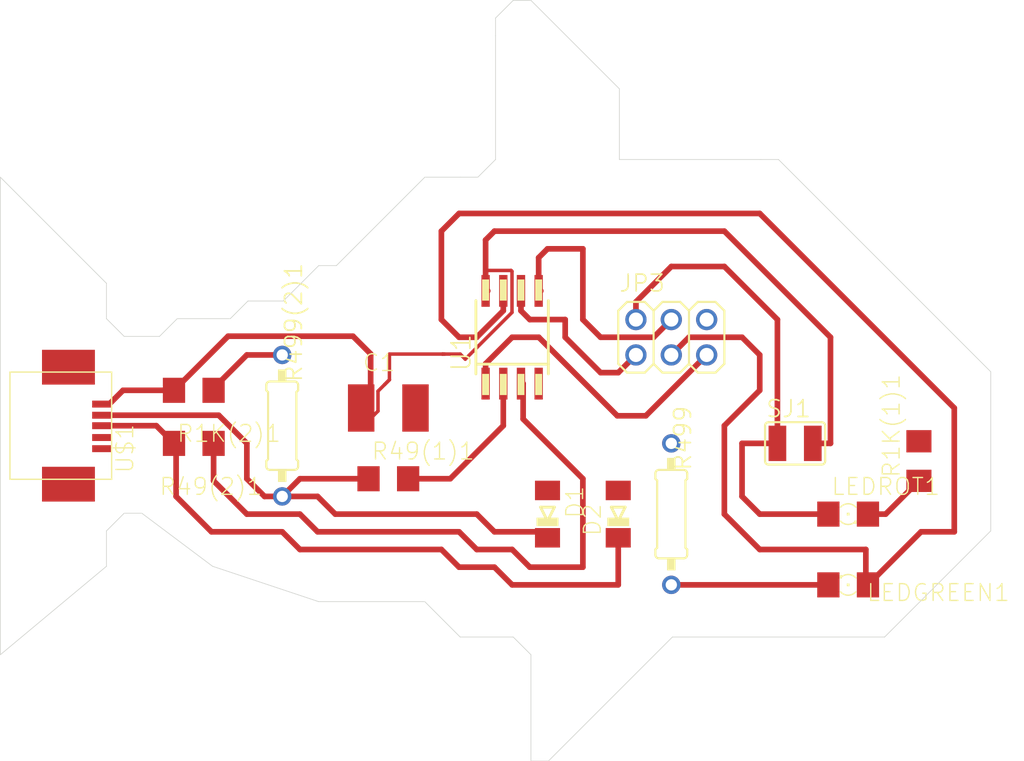
<source format=kicad_pcb>
(kicad_pcb (version 20171130) (host pcbnew "(5.1.9)-1")

  (general
    (thickness 1.6)
    (drawings 40)
    (tracks 136)
    (zones 0)
    (modules 15)
    (nets 18)
  )

  (page A4)
  (layers
    (0 Top signal)
    (31 Bottom signal)
    (32 B.Adhes user)
    (33 F.Adhes user)
    (34 B.Paste user)
    (35 F.Paste user)
    (36 B.SilkS user)
    (37 F.SilkS user)
    (38 B.Mask user)
    (39 F.Mask user)
    (40 Dwgs.User user)
    (41 Cmts.User user)
    (42 Eco1.User user)
    (43 Eco2.User user)
    (44 Edge.Cuts user)
    (45 Margin user)
    (46 B.CrtYd user)
    (47 F.CrtYd user)
    (48 B.Fab user)
    (49 F.Fab user)
  )

  (setup
    (last_trace_width 0.25)
    (trace_clearance 0.2)
    (zone_clearance 0.508)
    (zone_45_only no)
    (trace_min 0.2)
    (via_size 0.8)
    (via_drill 0.4)
    (via_min_size 0.4)
    (via_min_drill 0.3)
    (uvia_size 0.3)
    (uvia_drill 0.1)
    (uvias_allowed no)
    (uvia_min_size 0.2)
    (uvia_min_drill 0.1)
    (edge_width 0.05)
    (segment_width 0.2)
    (pcb_text_width 0.3)
    (pcb_text_size 1.5 1.5)
    (mod_edge_width 0.12)
    (mod_text_size 1 1)
    (mod_text_width 0.15)
    (pad_size 1.524 1.524)
    (pad_drill 0.762)
    (pad_to_mask_clearance 0)
    (aux_axis_origin 68.58 97.79)
    (visible_elements FFFFFF7F)
    (pcbplotparams
      (layerselection 0x010fc_ffffffff)
      (usegerberextensions false)
      (usegerberattributes true)
      (usegerberadvancedattributes true)
      (creategerberjobfile true)
      (excludeedgelayer true)
      (linewidth 0.100000)
      (plotframeref false)
      (viasonmask false)
      (mode 1)
      (useauxorigin false)
      (hpglpennumber 1)
      (hpglpenspeed 20)
      (hpglpendiameter 15.000000)
      (psnegative false)
      (psa4output false)
      (plotreference true)
      (plotvalue true)
      (plotinvisibletext false)
      (padsonsilk false)
      (subtractmaskfromsilk false)
      (outputformat 1)
      (mirror false)
      (drillshape 1)
      (scaleselection 1)
      (outputdirectory ""))
  )

  (net 0 "")
  (net 1 VCC)
  (net 2 GND)
  (net 3 "Net-(JP3-Pad2)")
  (net 4 "Net-(D1-PadC)")
  (net 5 "Net-(JP3-Pad4)")
  (net 6 "Net-(JP3-Pad1)")
  (net 7 "Net-(JP3-Pad5)")
  (net 8 "Net-(JP3-Pad3)")
  (net 9 "Net-(U$1-Pad4)")
  (net 10 "Net-(U$1-Pad1)")
  (net 11 "Net-(D2-PadC)")
  (net 12 "Net-(LEDROT1-PadC)")
  (net 13 "Net-(R49(2)1-Pad2)")
  (net 14 "Net-(R49(1)1-Pad2)")
  (net 15 "Net-(LEDGREEN1-PadC)")
  (net 16 "Net-(R1K(2)1-Pad2)")
  (net 17 "Net-(R49(2)1-Pad1)")

  (net_class Default "This is the default net class."
    (clearance 0.2)
    (trace_width 0.25)
    (via_dia 0.8)
    (via_drill 0.4)
    (uvia_dia 0.3)
    (uvia_drill 0.1)
    (add_net GND)
    (add_net N$12)
    (add_net "Net-(D1-PadC)")
    (add_net "Net-(D2-PadC)")
    (add_net "Net-(JP3-Pad1)")
    (add_net "Net-(JP3-Pad2)")
    (add_net "Net-(JP3-Pad3)")
    (add_net "Net-(JP3-Pad4)")
    (add_net "Net-(JP3-Pad5)")
    (add_net "Net-(LEDGREEN1-PadC)")
    (add_net "Net-(LEDROT1-PadC)")
    (add_net "Net-(R1K(2)1-Pad2)")
    (add_net "Net-(R49(1)1-Pad2)")
    (add_net "Net-(R49(2)1-Pad1)")
    (add_net "Net-(R49(2)1-Pad2)")
    (add_net "Net-(U$1-Pad1)")
    (add_net "Net-(U$1-Pad4)")
    (add_net VCC)
  )

  (module test2:C1812 (layer Top) (tedit 0) (tstamp 60C8B9C0)
    (at 97.7111 128.3336)
    (descr <b>CAPACITOR</b>)
    (path /24F56349)
    (fp_text reference C1 (at -1.905 -2.54) (layer F.SilkS)
      (effects (font (size 1.2065 1.2065) (thickness 0.09652)) (justify left bottom))
    )
    (fp_text value C-EUC1812 (at -1.905 3.81) (layer F.Fab)
      (effects (font (size 1.2065 1.2065) (thickness 0.09652)) (justify left bottom))
    )
    (fp_poly (pts (xy -0.3 0.4001) (xy 0.3 0.4001) (xy 0.3 -0.4001) (xy -0.3 -0.4001)) (layer F.Adhes) (width 0))
    (fp_poly (pts (xy 1.4478 1.651) (xy 2.3978 1.651) (xy 2.3978 -1.649) (xy 1.4478 -1.649)) (layer F.Fab) (width 0))
    (fp_poly (pts (xy -2.3876 1.651) (xy -1.4376 1.651) (xy -1.4376 -1.649) (xy -2.3876 -1.649)) (layer F.Fab) (width 0))
    (fp_line (start 2.973 -1.983) (end 2.973 1.983) (layer Dwgs.User) (width 0.0508))
    (fp_line (start -1.4478 1.6002) (end 1.4732 1.6002) (layer F.Fab) (width 0.1016))
    (fp_line (start -1.4732 -1.6002) (end 1.4732 -1.6002) (layer F.Fab) (width 0.1016))
    (fp_line (start -2.973 1.983) (end -2.973 -1.983) (layer Dwgs.User) (width 0.0508))
    (fp_line (start 2.973 1.983) (end -2.973 1.983) (layer Dwgs.User) (width 0.0508))
    (fp_line (start -2.973 -1.983) (end 2.973 -1.983) (layer Dwgs.User) (width 0.0508))
    (pad 2 smd rect (at 1.95 0) (size 1.9 3.4) (layers Top F.Paste F.Mask)
      (net 2 GND) (solder_mask_margin 0.1016))
    (pad 1 smd rect (at -1.95 0) (size 1.9 3.4) (layers Top F.Paste F.Mask)
      (net 1 VCC) (solder_mask_margin 0.1016))
  )

  (module test2:MINIMELF (layer Top) (tedit 0) (tstamp 60C8B9CE)
    (at 109.1411 135.9536 90)
    (descr "<b>Mini Melf Diode</b>")
    (path /C78C3FBD)
    (fp_text reference D1 (at -0.381 2.667 90) (layer F.SilkS)
      (effects (font (size 1.2065 1.2065) (thickness 0.09652)) (justify left bottom))
    )
    (fp_text value DIODE-MINIMELF (at -1.651 2.413 90) (layer F.Fab)
      (effects (font (size 1.2065 1.2065) (thickness 0.09652)) (justify left bottom))
    )
    (fp_poly (pts (xy -0.8636 0.7874) (xy -0.254 0.7874) (xy -0.254 -0.7874) (xy -0.8636 -0.7874)) (layer F.SilkS) (width 0))
    (fp_poly (pts (xy 1.2954 0.8636) (xy 1.8542 0.8636) (xy 1.8542 -0.8636) (xy 1.2954 -0.8636)) (layer F.Fab) (width 0))
    (fp_poly (pts (xy -1.8542 0.8636) (xy -1.2954 0.8636) (xy -1.2954 -0.8636) (xy -1.8542 -0.8636)) (layer F.Fab) (width 0))
    (fp_line (start 0.5 0.5) (end 0.5 -0.5) (layer F.SilkS) (width 0.2032))
    (fp_line (start -0.5 0) (end 0.5 0.5) (layer F.SilkS) (width 0.2032))
    (fp_line (start 0.5 -0.5) (end -0.5 0) (layer F.SilkS) (width 0.2032))
    (fp_line (start 1.3208 0.7874) (end -1.3208 0.7874) (layer F.Fab) (width 0.1524))
    (fp_line (start 1.3208 -0.7874) (end -1.3208 -0.7874) (layer F.Fab) (width 0.1524))
    (pad A smd rect (at 1.7 0 90) (size 1.4 1.8) (layers Top F.Paste F.Mask)
      (net 2 GND) (solder_mask_margin 0.1016))
    (pad C smd rect (at -1.7 0 90) (size 1.4 1.8) (layers Top F.Paste F.Mask)
      (net 4 "Net-(D1-PadC)") (solder_mask_margin 0.1016))
  )

  (module test2:MINIMELF (layer Top) (tedit 0) (tstamp 60C8B9DB)
    (at 114.2211 135.9536 90)
    (descr "<b>Mini Melf Diode</b>")
    (path /0CADE672)
    (fp_text reference D2 (at -1.651 -1.143 90) (layer F.SilkS)
      (effects (font (size 1.2065 1.2065) (thickness 0.09652)) (justify left bottom))
    )
    (fp_text value DIODE-MINIMELF (at -1.651 2.413 90) (layer F.Fab)
      (effects (font (size 1.2065 1.2065) (thickness 0.09652)) (justify left bottom))
    )
    (fp_poly (pts (xy -0.8636 0.7874) (xy -0.254 0.7874) (xy -0.254 -0.7874) (xy -0.8636 -0.7874)) (layer F.SilkS) (width 0))
    (fp_poly (pts (xy 1.2954 0.8636) (xy 1.8542 0.8636) (xy 1.8542 -0.8636) (xy 1.2954 -0.8636)) (layer F.Fab) (width 0))
    (fp_poly (pts (xy -1.8542 0.8636) (xy -1.2954 0.8636) (xy -1.2954 -0.8636) (xy -1.8542 -0.8636)) (layer F.Fab) (width 0))
    (fp_line (start 0.5 0.5) (end 0.5 -0.5) (layer F.SilkS) (width 0.2032))
    (fp_line (start -0.5 0) (end 0.5 0.5) (layer F.SilkS) (width 0.2032))
    (fp_line (start 0.5 -0.5) (end -0.5 0) (layer F.SilkS) (width 0.2032))
    (fp_line (start 1.3208 0.7874) (end -1.3208 0.7874) (layer F.Fab) (width 0.1524))
    (fp_line (start 1.3208 -0.7874) (end -1.3208 -0.7874) (layer F.Fab) (width 0.1524))
    (pad A smd rect (at 1.7 0 90) (size 1.4 1.8) (layers Top F.Paste F.Mask)
      (net 2 GND) (solder_mask_margin 0.1016))
    (pad C smd rect (at -1.7 0 90) (size 1.4 1.8) (layers Top F.Paste F.Mask)
      (net 11 "Net-(D2-PadC)") (solder_mask_margin 0.1016))
  )

  (module test2:2X03 (layer Top) (tedit 0) (tstamp 60C8B9E8)
    (at 118.0311 123.2536)
    (descr "<b>PIN HEADER</b>")
    (path /8182258E)
    (fp_text reference JP3 (at -3.81 -3.175) (layer F.SilkS)
      (effects (font (size 1.2065 1.2065) (thickness 0.12065)) (justify left bottom))
    )
    (fp_text value PINHD-2X3 (at -3.81 4.445) (layer F.Fab)
      (effects (font (size 1.2065 1.2065) (thickness 0.09652)) (justify left bottom))
    )
    (fp_poly (pts (xy 2.286 1.524) (xy 2.794 1.524) (xy 2.794 1.016) (xy 2.286 1.016)) (layer F.Fab) (width 0))
    (fp_poly (pts (xy 2.286 -1.016) (xy 2.794 -1.016) (xy 2.794 -1.524) (xy 2.286 -1.524)) (layer F.Fab) (width 0))
    (fp_poly (pts (xy -0.254 1.524) (xy 0.254 1.524) (xy 0.254 1.016) (xy -0.254 1.016)) (layer F.Fab) (width 0))
    (fp_poly (pts (xy -0.254 -1.016) (xy 0.254 -1.016) (xy 0.254 -1.524) (xy -0.254 -1.524)) (layer F.Fab) (width 0))
    (fp_poly (pts (xy -2.794 -1.016) (xy -2.286 -1.016) (xy -2.286 -1.524) (xy -2.794 -1.524)) (layer F.Fab) (width 0))
    (fp_poly (pts (xy -2.794 1.524) (xy -2.286 1.524) (xy -2.286 1.016) (xy -2.794 1.016)) (layer F.Fab) (width 0))
    (fp_line (start 1.905 2.54) (end 3.175 2.54) (layer F.SilkS) (width 0.1524))
    (fp_line (start 3.81 -1.905) (end 3.81 1.905) (layer F.SilkS) (width 0.1524))
    (fp_line (start 3.175 -2.54) (end 3.81 -1.905) (layer F.SilkS) (width 0.1524))
    (fp_line (start 1.905 -2.54) (end 3.175 -2.54) (layer F.SilkS) (width 0.1524))
    (fp_line (start 1.27 -1.905) (end 1.905 -2.54) (layer F.SilkS) (width 0.1524))
    (fp_line (start 3.175 2.54) (end 3.81 1.905) (layer F.SilkS) (width 0.1524))
    (fp_line (start 1.27 1.905) (end 1.905 2.54) (layer F.SilkS) (width 0.1524))
    (fp_line (start -3.175 2.54) (end -1.905 2.54) (layer F.SilkS) (width 0.1524))
    (fp_line (start -0.635 2.54) (end 0.635 2.54) (layer F.SilkS) (width 0.1524))
    (fp_line (start 1.27 -1.905) (end 1.27 1.905) (layer F.SilkS) (width 0.1524))
    (fp_line (start -1.27 -1.905) (end -1.27 1.905) (layer F.SilkS) (width 0.1524))
    (fp_line (start 0.635 -2.54) (end 1.27 -1.905) (layer F.SilkS) (width 0.1524))
    (fp_line (start -0.635 -2.54) (end 0.635 -2.54) (layer F.SilkS) (width 0.1524))
    (fp_line (start -1.27 -1.905) (end -0.635 -2.54) (layer F.SilkS) (width 0.1524))
    (fp_line (start -1.905 -2.54) (end -1.27 -1.905) (layer F.SilkS) (width 0.1524))
    (fp_line (start -3.175 -2.54) (end -1.905 -2.54) (layer F.SilkS) (width 0.1524))
    (fp_line (start -3.81 -1.905) (end -3.175 -2.54) (layer F.SilkS) (width 0.1524))
    (fp_line (start -3.81 1.905) (end -3.81 -1.905) (layer F.SilkS) (width 0.1524))
    (fp_line (start 0.635 2.54) (end 1.27 1.905) (layer F.SilkS) (width 0.1524))
    (fp_line (start -1.27 1.905) (end -0.635 2.54) (layer F.SilkS) (width 0.1524))
    (fp_line (start -1.905 2.54) (end -1.27 1.905) (layer F.SilkS) (width 0.1524))
    (fp_line (start -3.81 1.905) (end -3.175 2.54) (layer F.SilkS) (width 0.1524))
    (pad 6 thru_hole circle (at 2.54 -1.27) (size 1.524 1.524) (drill 1.016) (layers *.Cu *.Mask)
      (net 2 GND) (solder_mask_margin 0.1016))
    (pad 5 thru_hole circle (at 2.54 1.27) (size 1.524 1.524) (drill 1.016) (layers *.Cu *.Mask)
      (net 7 "Net-(JP3-Pad5)") (solder_mask_margin 0.1016))
    (pad 4 thru_hole circle (at 0 -1.27) (size 1.524 1.524) (drill 1.016) (layers *.Cu *.Mask)
      (net 5 "Net-(JP3-Pad4)") (solder_mask_margin 0.1016))
    (pad 3 thru_hole circle (at 0 1.27) (size 1.524 1.524) (drill 1.016) (layers *.Cu *.Mask)
      (net 8 "Net-(JP3-Pad3)") (solder_mask_margin 0.1016))
    (pad 2 thru_hole circle (at -2.54 -1.27) (size 1.524 1.524) (drill 1.016) (layers *.Cu *.Mask)
      (net 3 "Net-(JP3-Pad2)") (solder_mask_margin 0.1016))
    (pad 1 thru_hole circle (at -2.54 1.27) (size 1.524 1.524) (drill 1.016) (layers *.Cu *.Mask)
      (net 6 "Net-(JP3-Pad1)") (solder_mask_margin 0.1016))
  )

  (module test2:1206 (layer Top) (tedit 0) (tstamp 60C8BA0D)
    (at 130.7311 141.0336 180)
    (descr "<b>CHICAGO MINIATURE LAMP, INC.</b><p>\n7022X Series SMT LEDs 1206 Package Size")
    (path /17360FEC)
    (fp_text reference LEDGREEN1 (at -1.27 -1.27) (layer F.SilkS)
      (effects (font (size 1.2065 1.2065) (thickness 0.09652)) (justify left bottom))
    )
    (fp_text value LEDSMT1206 (at -1.27 2.54) (layer F.Fab)
      (effects (font (size 1.2065 1.2065) (thickness 0.09652)) (justify left bottom))
    )
    (fp_line (start 1.55 0.75) (end -1.55 0.75) (layer F.Fab) (width 0.1016))
    (fp_line (start -1.55 0.75) (end -1.55 -0.75) (layer F.Fab) (width 0.1016))
    (fp_line (start -1.55 -0.75) (end 1.55 -0.75) (layer F.Fab) (width 0.1016))
    (fp_line (start 1.55 -0.75) (end 1.55 0.75) (layer F.Fab) (width 0.1016))
    (fp_arc (start 0 0) (end -0.55 0.5) (angle -95.452622) (layer F.SilkS) (width 0.1016))
    (fp_arc (start 0 0) (end -0.55 0.5) (angle 84.547378) (layer F.Fab) (width 0.1016))
    (fp_arc (start 0 0) (end -0.55 -0.5) (angle 95.452622) (layer F.SilkS) (width 0.1016))
    (fp_arc (start 0 0) (end 0.55 -0.5) (angle 84.547378) (layer F.Fab) (width 0.1016))
    (fp_poly (pts (xy -0.1 0.1) (xy 0.1 0.1) (xy 0.1 -0.1) (xy -0.1 -0.1)) (layer F.SilkS) (width 0))
    (fp_poly (pts (xy 0.45 0.7) (xy 0.8 0.7) (xy 0.8 0.45) (xy 0.45 0.45)) (layer F.Fab) (width 0))
    (fp_poly (pts (xy 0.8 0.7) (xy 0.9 0.7) (xy 0.9 -0.5) (xy 0.8 -0.5)) (layer F.Fab) (width 0))
    (fp_poly (pts (xy 0.8 -0.55) (xy 0.9 -0.55) (xy 0.9 -0.7) (xy 0.8 -0.7)) (layer F.Fab) (width 0))
    (fp_poly (pts (xy -0.9 0.7) (xy -0.8 0.7) (xy -0.8 -0.5) (xy -0.9 -0.5)) (layer F.Fab) (width 0))
    (fp_poly (pts (xy -0.9 -0.55) (xy -0.8 -0.55) (xy -0.8 -0.7) (xy -0.9 -0.7)) (layer F.Fab) (width 0))
    (fp_poly (pts (xy 0.45 0.7) (xy 0.6 0.7) (xy 0.6 0.45) (xy 0.45 0.45)) (layer F.SilkS) (width 0))
    (pad A smd rect (at -1.422 0 180) (size 1.6 1.803) (layers Top F.Paste F.Mask)
      (net 8 "Net-(JP3-Pad3)") (solder_mask_margin 0.1016))
    (pad C smd rect (at 1.422 0 180) (size 1.6 1.803) (layers Top F.Paste F.Mask)
      (net 15 "Net-(LEDGREEN1-PadC)") (solder_mask_margin 0.1016))
  )

  (module test2:1206 (layer Top) (tedit 0) (tstamp 60C8BA21)
    (at 130.7311 135.9536)
    (descr "<b>CHICAGO MINIATURE LAMP, INC.</b><p>\n7022X Series SMT LEDs 1206 Package Size")
    (path /23990847)
    (fp_text reference LEDROT1 (at -1.27 -1.27) (layer F.SilkS)
      (effects (font (size 1.2065 1.2065) (thickness 0.09652)) (justify left bottom))
    )
    (fp_text value LEDSMT1206 (at -1.27 2.54) (layer F.Fab)
      (effects (font (size 1.2065 1.2065) (thickness 0.09652)) (justify left bottom))
    )
    (fp_line (start 1.55 0.75) (end -1.55 0.75) (layer F.Fab) (width 0.1016))
    (fp_line (start -1.55 0.75) (end -1.55 -0.75) (layer F.Fab) (width 0.1016))
    (fp_line (start -1.55 -0.75) (end 1.55 -0.75) (layer F.Fab) (width 0.1016))
    (fp_line (start 1.55 -0.75) (end 1.55 0.75) (layer F.Fab) (width 0.1016))
    (fp_arc (start 0 0) (end -0.55 0.5) (angle -95.452622) (layer F.SilkS) (width 0.1016))
    (fp_arc (start 0 0) (end -0.55 0.5) (angle 84.547378) (layer F.Fab) (width 0.1016))
    (fp_arc (start 0 0) (end -0.55 -0.5) (angle 95.452622) (layer F.SilkS) (width 0.1016))
    (fp_arc (start 0 0) (end 0.55 -0.5) (angle 84.547378) (layer F.Fab) (width 0.1016))
    (fp_poly (pts (xy -0.1 0.1) (xy 0.1 0.1) (xy 0.1 -0.1) (xy -0.1 -0.1)) (layer F.SilkS) (width 0))
    (fp_poly (pts (xy 0.45 0.7) (xy 0.8 0.7) (xy 0.8 0.45) (xy 0.45 0.45)) (layer F.Fab) (width 0))
    (fp_poly (pts (xy 0.8 0.7) (xy 0.9 0.7) (xy 0.9 -0.5) (xy 0.8 -0.5)) (layer F.Fab) (width 0))
    (fp_poly (pts (xy 0.8 -0.55) (xy 0.9 -0.55) (xy 0.9 -0.7) (xy 0.8 -0.7)) (layer F.Fab) (width 0))
    (fp_poly (pts (xy -0.9 0.7) (xy -0.8 0.7) (xy -0.8 -0.5) (xy -0.9 -0.5)) (layer F.Fab) (width 0))
    (fp_poly (pts (xy -0.9 -0.55) (xy -0.8 -0.55) (xy -0.8 -0.7) (xy -0.9 -0.7)) (layer F.Fab) (width 0))
    (fp_poly (pts (xy 0.45 0.7) (xy 0.6 0.7) (xy 0.6 0.45) (xy 0.45 0.45)) (layer F.SilkS) (width 0))
    (pad A smd rect (at -1.422 0) (size 1.6 1.803) (layers Top F.Paste F.Mask)
      (net 3 "Net-(JP3-Pad2)") (solder_mask_margin 0.1016))
    (pad C smd rect (at 1.422 0) (size 1.6 1.803) (layers Top F.Paste F.Mask)
      (net 12 "Net-(LEDROT1-PadC)") (solder_mask_margin 0.1016))
  )

  (module test2:R1206 (layer Top) (tedit 0) (tstamp 60C8BA35)
    (at 135.8111 132.1436 90)
    (descr <b>RESISTOR</b>)
    (path /905717DB)
    (fp_text reference "R1K(1)1" (at -1.27 -1.27 90) (layer F.SilkS)
      (effects (font (size 1.2065 1.2065) (thickness 0.09652)) (justify left bottom))
    )
    (fp_text value R-EU_R1206 (at -1.27 2.54 90) (layer F.Fab)
      (effects (font (size 1.2065 1.2065) (thickness 0.09652)) (justify left bottom))
    )
    (fp_line (start 0.9525 0.8128) (end -0.9652 0.8128) (layer F.Fab) (width 0.1524))
    (fp_line (start 0.9525 -0.8128) (end -0.9652 -0.8128) (layer F.Fab) (width 0.1524))
    (fp_line (start -2.473 -0.983) (end 2.473 -0.983) (layer Dwgs.User) (width 0.0508))
    (fp_line (start 2.473 -0.983) (end 2.473 0.983) (layer Dwgs.User) (width 0.0508))
    (fp_line (start 2.473 0.983) (end -2.473 0.983) (layer Dwgs.User) (width 0.0508))
    (fp_line (start -2.473 0.983) (end -2.473 -0.983) (layer Dwgs.User) (width 0.0508))
    (fp_poly (pts (xy -1.6891 0.8763) (xy -0.9525 0.8763) (xy -0.9525 -0.8763) (xy -1.6891 -0.8763)) (layer F.Fab) (width 0))
    (fp_poly (pts (xy 0.9525 0.8763) (xy 1.6891 0.8763) (xy 1.6891 -0.8763) (xy 0.9525 -0.8763)) (layer F.Fab) (width 0))
    (fp_poly (pts (xy -0.3 0.7) (xy 0.3 0.7) (xy 0.3 -0.7) (xy -0.3 -0.7)) (layer F.Adhes) (width 0))
    (pad 2 smd rect (at 1.422 0 90) (size 1.6 1.803) (layers Top F.Paste F.Mask)
      (net 2 GND) (solder_mask_margin 0.1016))
    (pad 1 smd rect (at -1.422 0 90) (size 1.6 1.803) (layers Top F.Paste F.Mask)
      (net 12 "Net-(LEDROT1-PadC)") (solder_mask_margin 0.1016))
  )

  (module test2:R1206 (layer Top) (tedit 0) (tstamp 60C8BA43)
    (at 83.7411 127.0636)
    (descr <b>RESISTOR</b>)
    (path /09775FFB)
    (fp_text reference "R1K(2)1" (at -1.27 3.81) (layer F.SilkS)
      (effects (font (size 1.2065 1.2065) (thickness 0.09652)) (justify left bottom))
    )
    (fp_text value R-EU_R1206 (at -1.27 2.54) (layer F.Fab)
      (effects (font (size 1.2065 1.2065) (thickness 0.09652)) (justify left bottom))
    )
    (fp_line (start 0.9525 0.8128) (end -0.9652 0.8128) (layer F.Fab) (width 0.1524))
    (fp_line (start 0.9525 -0.8128) (end -0.9652 -0.8128) (layer F.Fab) (width 0.1524))
    (fp_line (start -2.473 -0.983) (end 2.473 -0.983) (layer Dwgs.User) (width 0.0508))
    (fp_line (start 2.473 -0.983) (end 2.473 0.983) (layer Dwgs.User) (width 0.0508))
    (fp_line (start 2.473 0.983) (end -2.473 0.983) (layer Dwgs.User) (width 0.0508))
    (fp_line (start -2.473 0.983) (end -2.473 -0.983) (layer Dwgs.User) (width 0.0508))
    (fp_poly (pts (xy -1.6891 0.8763) (xy -0.9525 0.8763) (xy -0.9525 -0.8763) (xy -1.6891 -0.8763)) (layer F.Fab) (width 0))
    (fp_poly (pts (xy 0.9525 0.8763) (xy 1.6891 0.8763) (xy 1.6891 -0.8763) (xy 0.9525 -0.8763)) (layer F.Fab) (width 0))
    (fp_poly (pts (xy -0.3 0.7) (xy 0.3 0.7) (xy 0.3 -0.7) (xy -0.3 -0.7)) (layer F.Adhes) (width 0))
    (pad 2 smd rect (at 1.422 0) (size 1.6 1.803) (layers Top F.Paste F.Mask)
      (net 16 "Net-(R1K(2)1-Pad2)") (solder_mask_margin 0.1016))
    (pad 1 smd rect (at -1.422 0) (size 1.6 1.803) (layers Top F.Paste F.Mask)
      (net 1 VCC) (solder_mask_margin 0.1016))
  )

  (module test2:R1206 (layer Top) (tedit 0) (tstamp 60C8BA51)
    (at 97.7111 133.4136)
    (descr <b>RESISTOR</b>)
    (path /8E1E7E99)
    (fp_text reference "R49(1)1" (at -1.27 -1.27) (layer F.SilkS)
      (effects (font (size 1.2065 1.2065) (thickness 0.09652)) (justify left bottom))
    )
    (fp_text value R-EU_R1206 (at -1.27 2.54) (layer F.Fab)
      (effects (font (size 1.2065 1.2065) (thickness 0.09652)) (justify left bottom))
    )
    (fp_line (start 0.9525 0.8128) (end -0.9652 0.8128) (layer F.Fab) (width 0.1524))
    (fp_line (start 0.9525 -0.8128) (end -0.9652 -0.8128) (layer F.Fab) (width 0.1524))
    (fp_line (start -2.473 -0.983) (end 2.473 -0.983) (layer Dwgs.User) (width 0.0508))
    (fp_line (start 2.473 -0.983) (end 2.473 0.983) (layer Dwgs.User) (width 0.0508))
    (fp_line (start 2.473 0.983) (end -2.473 0.983) (layer Dwgs.User) (width 0.0508))
    (fp_line (start -2.473 0.983) (end -2.473 -0.983) (layer Dwgs.User) (width 0.0508))
    (fp_poly (pts (xy -1.6891 0.8763) (xy -0.9525 0.8763) (xy -0.9525 -0.8763) (xy -1.6891 -0.8763)) (layer F.Fab) (width 0))
    (fp_poly (pts (xy 0.9525 0.8763) (xy 1.6891 0.8763) (xy 1.6891 -0.8763) (xy 0.9525 -0.8763)) (layer F.Fab) (width 0))
    (fp_poly (pts (xy -0.3 0.7) (xy 0.3 0.7) (xy 0.3 -0.7) (xy -0.3 -0.7)) (layer F.Adhes) (width 0))
    (pad 2 smd rect (at 1.422 0) (size 1.6 1.803) (layers Top F.Paste F.Mask)
      (net 14 "Net-(R49(1)1-Pad2)") (solder_mask_margin 0.1016))
    (pad 1 smd rect (at -1.422 0) (size 1.6 1.803) (layers Top F.Paste F.Mask)
      (net 4 "Net-(D1-PadC)") (solder_mask_margin 0.1016))
  )

  (module test2:R1206 (layer Top) (tedit 0) (tstamp 60C8BA5F)
    (at 83.7411 130.8736)
    (descr <b>RESISTOR</b>)
    (path /3BA92A17)
    (fp_text reference "R49(2)1" (at -2.54 3.81) (layer F.SilkS)
      (effects (font (size 1.2065 1.2065) (thickness 0.09652)) (justify left bottom))
    )
    (fp_text value R-EU_R1206 (at -1.27 2.54) (layer F.Fab)
      (effects (font (size 1.2065 1.2065) (thickness 0.09652)) (justify left bottom))
    )
    (fp_line (start 0.9525 0.8128) (end -0.9652 0.8128) (layer F.Fab) (width 0.1524))
    (fp_line (start 0.9525 -0.8128) (end -0.9652 -0.8128) (layer F.Fab) (width 0.1524))
    (fp_line (start -2.473 -0.983) (end 2.473 -0.983) (layer Dwgs.User) (width 0.0508))
    (fp_line (start 2.473 -0.983) (end 2.473 0.983) (layer Dwgs.User) (width 0.0508))
    (fp_line (start 2.473 0.983) (end -2.473 0.983) (layer Dwgs.User) (width 0.0508))
    (fp_line (start -2.473 0.983) (end -2.473 -0.983) (layer Dwgs.User) (width 0.0508))
    (fp_poly (pts (xy -1.6891 0.8763) (xy -0.9525 0.8763) (xy -0.9525 -0.8763) (xy -1.6891 -0.8763)) (layer F.Fab) (width 0))
    (fp_poly (pts (xy 0.9525 0.8763) (xy 1.6891 0.8763) (xy 1.6891 -0.8763) (xy 0.9525 -0.8763)) (layer F.Fab) (width 0))
    (fp_poly (pts (xy -0.3 0.7) (xy 0.3 0.7) (xy 0.3 -0.7) (xy -0.3 -0.7)) (layer F.Adhes) (width 0))
    (pad 2 smd rect (at 1.422 0) (size 1.6 1.803) (layers Top F.Paste F.Mask)
      (net 13 "Net-(R49(2)1-Pad2)") (solder_mask_margin 0.1016))
    (pad 1 smd rect (at -1.422 0) (size 1.6 1.803) (layers Top F.Paste F.Mask)
      (net 17 "Net-(R49(2)1-Pad1)") (solder_mask_margin 0.1016))
  )

  (module test2:0207_10 (layer Top) (tedit 0) (tstamp 60C8BA6D)
    (at 118.0311 135.9536 270)
    (descr "<b>RESISTOR</b><p>\ntype 0207, grid 10 mm")
    (path /D9D0B236)
    (fp_text reference R499 (at -3.048 -1.524 90) (layer F.SilkS)
      (effects (font (size 1.2065 1.2065) (thickness 0.12065)) (justify left bottom))
    )
    (fp_text value R-EU_0207_10 (at -2.2606 0.635 90) (layer F.Fab)
      (effects (font (size 1.2065 1.2065) (thickness 0.12065)) (justify left bottom))
    )
    (fp_line (start 5.08 0) (end 4.064 0) (layer F.Fab) (width 0.6096))
    (fp_line (start -5.08 0) (end -4.064 0) (layer F.Fab) (width 0.6096))
    (fp_arc (start -2.921 -0.889) (end -3.175 -0.889) (angle 90) (layer F.SilkS) (width 0.1524))
    (fp_arc (start -2.921 0.889) (end -3.175 0.889) (angle -90) (layer F.SilkS) (width 0.1524))
    (fp_arc (start 2.921 0.889) (end 2.921 1.143) (angle -90) (layer F.SilkS) (width 0.1524))
    (fp_arc (start 2.921 -0.889) (end 2.921 -1.143) (angle 90) (layer F.SilkS) (width 0.1524))
    (fp_line (start -3.175 0.889) (end -3.175 -0.889) (layer F.SilkS) (width 0.1524))
    (fp_line (start -2.921 -1.143) (end -2.54 -1.143) (layer F.SilkS) (width 0.1524))
    (fp_line (start -2.413 -1.016) (end -2.54 -1.143) (layer F.SilkS) (width 0.1524))
    (fp_line (start -2.921 1.143) (end -2.54 1.143) (layer F.SilkS) (width 0.1524))
    (fp_line (start -2.413 1.016) (end -2.54 1.143) (layer F.SilkS) (width 0.1524))
    (fp_line (start 2.413 -1.016) (end 2.54 -1.143) (layer F.SilkS) (width 0.1524))
    (fp_line (start 2.413 -1.016) (end -2.413 -1.016) (layer F.SilkS) (width 0.1524))
    (fp_line (start 2.413 1.016) (end 2.54 1.143) (layer F.SilkS) (width 0.1524))
    (fp_line (start 2.413 1.016) (end -2.413 1.016) (layer F.SilkS) (width 0.1524))
    (fp_line (start 2.921 -1.143) (end 2.54 -1.143) (layer F.SilkS) (width 0.1524))
    (fp_line (start 2.921 1.143) (end 2.54 1.143) (layer F.SilkS) (width 0.1524))
    (fp_line (start 3.175 0.889) (end 3.175 -0.889) (layer F.SilkS) (width 0.1524))
    (fp_poly (pts (xy 3.175 0.3048) (xy 4.0386 0.3048) (xy 4.0386 -0.3048) (xy 3.175 -0.3048)) (layer F.SilkS) (width 0))
    (fp_poly (pts (xy -4.0386 0.3048) (xy -3.175 0.3048) (xy -3.175 -0.3048) (xy -4.0386 -0.3048)) (layer F.SilkS) (width 0))
    (pad 1 thru_hole circle (at -5.08 0 270) (size 1.3208 1.3208) (drill 0.8128) (layers *.Cu *.Mask)
      (net 2 GND) (solder_mask_margin 0.1016))
    (pad 2 thru_hole circle (at 5.08 0 270) (size 1.3208 1.3208) (drill 0.8128) (layers *.Cu *.Mask)
      (net 15 "Net-(LEDGREEN1-PadC)") (solder_mask_margin 0.1016))
  )

  (module test2:0207_10 (layer Top) (tedit 0) (tstamp 60C8BA86)
    (at 90.0911 129.6036 270)
    (descr "<b>RESISTOR</b><p>\ntype 0207, grid 10 mm")
    (path /D62EBD85)
    (fp_text reference "R499(2)1" (at -3.048 -1.524 90) (layer F.SilkS)
      (effects (font (size 1.2065 1.2065) (thickness 0.12065)) (justify left bottom))
    )
    (fp_text value R-EU_0207_10 (at -2.2606 0.635 90) (layer F.Fab)
      (effects (font (size 1.2065 1.2065) (thickness 0.12065)) (justify left bottom))
    )
    (fp_line (start 5.08 0) (end 4.064 0) (layer F.Fab) (width 0.6096))
    (fp_line (start -5.08 0) (end -4.064 0) (layer F.Fab) (width 0.6096))
    (fp_arc (start -2.921 -0.889) (end -3.175 -0.889) (angle 90) (layer F.SilkS) (width 0.1524))
    (fp_arc (start -2.921 0.889) (end -3.175 0.889) (angle -90) (layer F.SilkS) (width 0.1524))
    (fp_arc (start 2.921 0.889) (end 2.921 1.143) (angle -90) (layer F.SilkS) (width 0.1524))
    (fp_arc (start 2.921 -0.889) (end 2.921 -1.143) (angle 90) (layer F.SilkS) (width 0.1524))
    (fp_line (start -3.175 0.889) (end -3.175 -0.889) (layer F.SilkS) (width 0.1524))
    (fp_line (start -2.921 -1.143) (end -2.54 -1.143) (layer F.SilkS) (width 0.1524))
    (fp_line (start -2.413 -1.016) (end -2.54 -1.143) (layer F.SilkS) (width 0.1524))
    (fp_line (start -2.921 1.143) (end -2.54 1.143) (layer F.SilkS) (width 0.1524))
    (fp_line (start -2.413 1.016) (end -2.54 1.143) (layer F.SilkS) (width 0.1524))
    (fp_line (start 2.413 -1.016) (end 2.54 -1.143) (layer F.SilkS) (width 0.1524))
    (fp_line (start 2.413 -1.016) (end -2.413 -1.016) (layer F.SilkS) (width 0.1524))
    (fp_line (start 2.413 1.016) (end 2.54 1.143) (layer F.SilkS) (width 0.1524))
    (fp_line (start 2.413 1.016) (end -2.413 1.016) (layer F.SilkS) (width 0.1524))
    (fp_line (start 2.921 -1.143) (end 2.54 -1.143) (layer F.SilkS) (width 0.1524))
    (fp_line (start 2.921 1.143) (end 2.54 1.143) (layer F.SilkS) (width 0.1524))
    (fp_line (start 3.175 0.889) (end 3.175 -0.889) (layer F.SilkS) (width 0.1524))
    (fp_poly (pts (xy 3.175 0.3048) (xy 4.0386 0.3048) (xy 4.0386 -0.3048) (xy 3.175 -0.3048)) (layer F.SilkS) (width 0))
    (fp_poly (pts (xy -4.0386 0.3048) (xy -3.175 0.3048) (xy -3.175 -0.3048) (xy -4.0386 -0.3048)) (layer F.SilkS) (width 0))
    (pad 1 thru_hole circle (at -5.08 0 270) (size 1.3208 1.3208) (drill 0.8128) (layers *.Cu *.Mask)
      (net 16 "Net-(R1K(2)1-Pad2)") (solder_mask_margin 0.1016))
    (pad 2 thru_hole circle (at 5.08 0 270) (size 1.3208 1.3208) (drill 0.8128) (layers *.Cu *.Mask)
      (net 4 "Net-(D1-PadC)") (solder_mask_margin 0.1016))
  )

  (module test2:SJW (layer Top) (tedit 0) (tstamp 60C8BA9F)
    (at 126.9211 130.8736)
    (descr "<b>Solder jumper</b>")
    (path /666E743F)
    (fp_text reference SJ1 (at -2.159 -1.778) (layer F.SilkS)
      (effects (font (size 1.2065 1.2065) (thickness 0.12065)) (justify left bottom))
    )
    (fp_text value SJW (at 1 0) (layer F.Fab)
      (effects (font (size 0.019 0.019) (thickness 0.00152)) (justify left bottom))
    )
    (fp_poly (pts (xy -1.1176 -0.5842) (xy -0.9906 -0.5842) (xy -0.9906 -0.7112) (xy -1.1176 -0.7112)) (layer F.Fab) (width 0))
    (fp_poly (pts (xy -1.4732 -0.2032) (xy -1.3462 -0.2032) (xy -1.3462 -0.3302) (xy -1.4732 -0.3302)) (layer F.Fab) (width 0))
    (fp_poly (pts (xy -1.4478 0.3302) (xy -1.3208 0.3302) (xy -1.3208 0.2032) (xy -1.4478 0.2032)) (layer F.Fab) (width 0))
    (fp_poly (pts (xy -1.0922 0.7112) (xy -0.9652 0.7112) (xy -0.9652 0.5842) (xy -1.0922 0.5842)) (layer F.Fab) (width 0))
    (fp_poly (pts (xy 0.9652 -0.5842) (xy 1.0922 -0.5842) (xy 1.0922 -0.7112) (xy 0.9652 -0.7112)) (layer F.Fab) (width 0))
    (fp_poly (pts (xy 1.3462 -0.2032) (xy 1.4732 -0.2032) (xy 1.4732 -0.3302) (xy 1.3462 -0.3302)) (layer F.Fab) (width 0))
    (fp_poly (pts (xy 1.3462 0.3556) (xy 1.4732 0.3556) (xy 1.4732 0.2286) (xy 1.3462 0.2286)) (layer F.Fab) (width 0))
    (fp_poly (pts (xy 0.9652 0.7112) (xy 1.0922 0.7112) (xy 1.0922 0.5842) (xy 0.9652 0.5842)) (layer F.Fab) (width 0))
    (fp_poly (pts (xy -1.524 0.254) (xy -1.397 0.254) (xy -1.397 -0.254) (xy -1.524 -0.254)) (layer F.Fab) (width 0))
    (fp_poly (pts (xy -1.397 0.508) (xy -1.27 0.508) (xy -1.27 -0.508) (xy -1.397 -0.508)) (layer F.Fab) (width 0))
    (fp_poly (pts (xy -1.27 0.635) (xy -1.016 0.635) (xy -1.016 -0.635) (xy -1.27 -0.635)) (layer F.Fab) (width 0))
    (fp_poly (pts (xy -1.016 0.762) (xy -0.762 0.762) (xy -0.762 -0.762) (xy -1.016 -0.762)) (layer F.Fab) (width 0))
    (fp_poly (pts (xy 1.397 0.254) (xy 1.524 0.254) (xy 1.524 -0.254) (xy 1.397 -0.254)) (layer F.Fab) (width 0))
    (fp_poly (pts (xy 1.27 0.508) (xy 1.397 0.508) (xy 1.397 -0.508) (xy 1.27 -0.508)) (layer F.Fab) (width 0))
    (fp_poly (pts (xy 1.016 0.635) (xy 1.27 0.635) (xy 1.27 -0.635) (xy 1.016 -0.635)) (layer F.Fab) (width 0))
    (fp_poly (pts (xy 0.762 0.762) (xy 1.016 0.762) (xy 1.016 -0.762) (xy 0.762 -0.762)) (layer F.Fab) (width 0))
    (fp_arc (start -0.762 0) (end -0.762 -0.762) (angle -180) (layer F.Fab) (width 0.1524))
    (fp_arc (start 0.762 0) (end 0.762 -0.762) (angle 180) (layer F.Fab) (width 0.1524))
    (fp_line (start -1.524 0) (end -2.032 0) (layer F.Fab) (width 0.1524))
    (fp_line (start 1.524 0) (end 2.032 0) (layer F.Fab) (width 0.1524))
    (fp_line (start -0.762 -0.762) (end -0.762 0.762) (layer F.Fab) (width 0.1524))
    (fp_line (start 0.762 -0.762) (end 0.762 0.762) (layer F.Fab) (width 0.1524))
    (fp_line (start -1.905 -1.524) (end 1.905 -1.524) (layer F.SilkS) (width 0.1524))
    (fp_line (start -2.159 1.27) (end -2.159 -1.27) (layer F.SilkS) (width 0.1524))
    (fp_line (start 2.159 1.27) (end 2.159 -1.27) (layer F.SilkS) (width 0.1524))
    (fp_arc (start 1.905 1.27) (end 1.905 1.524) (angle -90) (layer F.SilkS) (width 0.1524))
    (fp_arc (start -1.905 1.27) (end -2.159 1.27) (angle -90) (layer F.SilkS) (width 0.1524))
    (fp_arc (start -1.905 -1.27) (end -2.159 -1.27) (angle 90) (layer F.SilkS) (width 0.1524))
    (fp_arc (start 1.905 -1.27) (end 1.905 -1.524) (angle 90) (layer F.SilkS) (width 0.1524))
    (fp_line (start 1.905 1.524) (end -1.905 1.524) (layer F.SilkS) (width 0.1524))
    (pad 2 smd rect (at 1.27 0) (size 1.27 2.54) (layers Top F.Paste F.Mask)
      (net 1 VCC) (solder_mask_margin 0.1016))
    (pad 1 smd rect (at -1.27 0) (size 1.27 2.54) (layers Top F.Paste F.Mask)
      (net 3 "Net-(JP3-Pad2)") (solder_mask_margin 0.1016))
  )

  (module test2:UX60SC-MB-5ST (layer Top) (tedit 0) (tstamp 60C8BAC2)
    (at 71.0411 129.6036)
    (path /89E33A62)
    (fp_text reference U$1 (at 8.46 3.495 90) (layer F.SilkS)
      (effects (font (size 1.2065 1.2065) (thickness 0.09652)) (justify left bottom))
    )
    (fp_text value UX60SC-MB-5ST (at -0.065 7.035) (layer F.Fab)
      (effects (font (size 1.2065 1.2065) (thickness 0.09652)) (justify left bottom))
    )
    (fp_line (start -0.5 -3.85) (end 6.8 -3.85) (layer F.SilkS) (width 0.1016))
    (fp_line (start 6.8 3.85) (end -0.5 3.85) (layer F.SilkS) (width 0.1016))
    (fp_line (start -0.5 3.85) (end -0.5 -3.85) (layer F.SilkS) (width 0.1016))
    (fp_poly (pts (xy 0 2.95) (xy 0.5 2.95) (xy 0.5 -2.95) (xy 0 -2.95)) (layer Dwgs.User) (width 0))
    (fp_poly (pts (xy 0 1.5) (xy 3.6 1.5) (xy 3.6 -1.5) (xy 0 -1.5)) (layer Dwgs.User) (width 0))
    (fp_poly (pts (xy 1.3 2.95) (xy 2.1 2.95) (xy 2.1 -2.95) (xy 1.3 -2.95)) (layer Dwgs.User) (width 0))
    (fp_line (start 6.8 3.85) (end 6.8 -3.85) (layer F.SilkS) (width 0.1016))
    (pad M3 smd rect (at 3.7 -4.2) (size 3.8 2.5) (layers Top F.Paste F.Mask)
      (solder_mask_margin 0.1016))
    (pad M4 smd rect (at 3.7 4.2) (size 3.8 2.5) (layers Top F.Paste F.Mask)
      (solder_mask_margin 0.1016))
    (pad 1 smd rect (at 6.1 -1.55) (size 1.4 0.5) (layers Top F.Paste F.Mask)
      (net 10 "Net-(U$1-Pad1)") (solder_mask_margin 0.1016))
    (pad 2 smd rect (at 6.1 -0.75) (size 1.4 0.5) (layers Top F.Paste F.Mask)
      (net 4 "Net-(D1-PadC)") (solder_mask_margin 0.1016))
    (pad 3 smd rect (at 6.1 0) (size 1.4 0.5) (layers Top F.Paste F.Mask)
      (net 17 "Net-(R49(2)1-Pad1)") (solder_mask_margin 0.1016))
    (pad 4 smd rect (at 6.1 0.85) (size 1.4 0.5) (layers Top F.Paste F.Mask)
      (net 9 "Net-(U$1-Pad4)") (solder_mask_margin 0.1016))
    (pad 5 smd rect (at 6.1 1.65) (size 1.4 0.5) (layers Top F.Paste F.Mask)
      (net 2 GND) (solder_mask_margin 0.1016))
  )

  (module test2:SOIC8_EIAJ_208MIL (layer Top) (tedit 0) (tstamp 60C8BAD3)
    (at 106.6011 123.2536)
    (descr "<B>Small Outline Medium Plastic Gull Wing</B><p>\n208-mil body")
    (path /94FABF20)
    (fp_text reference U1 (at -2.867 2.54 90) (layer F.SilkS)
      (effects (font (size 1.35128 1.35128) (thickness 0.121615)) (justify left bottom))
    )
    (fp_text value ATTINY45S (at 4.2958 2.54 90) (layer F.Fab)
      (effects (font (size 1.35128 1.35128) (thickness 0.121615)) (justify left bottom))
    )
    (fp_line (start 2.6 -2.63) (end 2.6 1.93) (layer F.SilkS) (width 0.2032))
    (fp_line (start 2.6 1.93) (end 2.6 2.63) (layer F.SilkS) (width 0.2032))
    (fp_line (start 2.6 2.63) (end -2.6 2.63) (layer F.Fab) (width 0.2032))
    (fp_line (start -2.6 2.63) (end -2.6 1.93) (layer F.SilkS) (width 0.2032))
    (fp_line (start -2.6 1.93) (end -2.6 -2.63) (layer F.SilkS) (width 0.2032))
    (fp_line (start -2.6 -2.63) (end 2.6 -2.63) (layer F.Fab) (width 0.2032))
    (fp_line (start 2.6 1.93) (end -2.6 1.93) (layer F.SilkS) (width 0.2032))
    (fp_line (start -3.1163 4.9213) (end 3.0163 4.9213) (layer Dwgs.User) (width 0.1016))
    (fp_line (start 3.0163 4.9213) (end 3.0163 -4.9213) (layer Dwgs.User) (width 0.1016))
    (fp_line (start 3.0163 -4.9213) (end -3.1163 -4.9213) (layer Dwgs.User) (width 0.1016))
    (fp_line (start -3.1163 -4.9213) (end -3.1163 4.9213) (layer Dwgs.User) (width 0.1016))
    (fp_poly (pts (xy -2.1501 4.15) (xy -1.6599 4.15) (xy -1.6599 2.6301) (xy -2.1501 2.6301)) (layer F.SilkS) (width 0))
    (fp_poly (pts (xy -0.8801 4.15) (xy -0.3899 4.15) (xy -0.3899 2.6301) (xy -0.8801 2.6301)) (layer F.SilkS) (width 0))
    (fp_poly (pts (xy 0.3899 4.15) (xy 0.8801 4.15) (xy 0.8801 2.6301) (xy 0.3899 2.6301)) (layer F.SilkS) (width 0))
    (fp_poly (pts (xy 1.6599 4.15) (xy 2.1501 4.15) (xy 2.1501 2.6301) (xy 1.6599 2.6301)) (layer F.SilkS) (width 0))
    (fp_poly (pts (xy 1.6599 -2.6301) (xy 2.1501 -2.6301) (xy 2.1501 -4.15) (xy 1.6599 -4.15)) (layer F.SilkS) (width 0))
    (fp_poly (pts (xy 0.3899 -2.6301) (xy 0.8801 -2.6301) (xy 0.8801 -4.15) (xy 0.3899 -4.15)) (layer F.SilkS) (width 0))
    (fp_poly (pts (xy -0.8801 -2.6301) (xy -0.3899 -2.6301) (xy -0.3899 -4.15) (xy -0.8801 -4.15)) (layer F.SilkS) (width 0))
    (fp_poly (pts (xy -2.1501 -2.6301) (xy -1.6599 -2.6301) (xy -1.6599 -4.15) (xy -2.1501 -4.15)) (layer F.SilkS) (width 0))
    (pad 2 smd rect (at -0.635 3.33) (size 0.6 2.286) (layers Top F.Paste F.Mask)
      (net 14 "Net-(R49(1)1-Pad2)") (solder_mask_margin 0.1016))
    (pad 7 smd rect (at -0.635 -3.33) (size 0.6 2.286) (layers Top F.Paste F.Mask)
      (net 8 "Net-(JP3-Pad3)") (solder_mask_margin 0.1016))
    (pad 1 smd rect (at -1.905 3.33) (size 0.6 2.286) (layers Top F.Paste F.Mask)
      (net 7 "Net-(JP3-Pad5)") (solder_mask_margin 0.1016))
    (pad 3 smd rect (at 0.635 3.33) (size 0.6 2.286) (layers Top F.Paste F.Mask)
      (net 13 "Net-(R49(2)1-Pad2)") (solder_mask_margin 0.1016))
    (pad 4 smd rect (at 1.905 3.33) (size 0.6 2.286) (layers Top F.Paste F.Mask)
      (net 2 GND) (solder_mask_margin 0.1016))
    (pad 8 smd rect (at -1.905 -3.33) (size 0.6 2.286) (layers Top F.Paste F.Mask)
      (net 1 VCC) (solder_mask_margin 0.1016))
    (pad 6 smd rect (at 0.635 -3.33) (size 0.6 2.286) (layers Top F.Paste F.Mask)
      (net 6 "Net-(JP3-Pad1)") (solder_mask_margin 0.1016))
    (pad 5 smd rect (at 1.905 -3.33) (size 0.6 2.286) (layers Top F.Paste F.Mask)
      (net 5 "Net-(JP3-Pad4)") (solder_mask_margin 0.1016))
  )

  (gr_line (start 69.85 146.05) (end 69.85 111.76) (layer Edge.Cuts) (width 0.05) (tstamp 60C8DE5B))
  (gr_line (start 77.47 139.7) (end 69.85 146.05) (layer Edge.Cuts) (width 0.05))
  (gr_line (start 77.47 137.16) (end 77.47 139.7) (layer Edge.Cuts) (width 0.05))
  (gr_line (start 78.74 135.89) (end 77.47 137.16) (layer Edge.Cuts) (width 0.05))
  (gr_line (start 80.01 135.89) (end 78.74 135.89) (layer Edge.Cuts) (width 0.05))
  (gr_line (start 85.09 139.7) (end 80.01 135.89) (layer Edge.Cuts) (width 0.05))
  (gr_line (start 92.71 142.24) (end 85.09 139.7) (layer Edge.Cuts) (width 0.05))
  (gr_line (start 100.33 142.24) (end 92.71 142.24) (layer Edge.Cuts) (width 0.05))
  (gr_line (start 102.87 144.78) (end 100.33 142.24) (layer Edge.Cuts) (width 0.05))
  (gr_line (start 106.68 144.78) (end 102.87 144.78) (layer Edge.Cuts) (width 0.05))
  (gr_line (start 107.95 146.05) (end 106.68 144.78) (layer Edge.Cuts) (width 0.05))
  (gr_line (start 107.95 153.67) (end 107.95 146.05) (layer Edge.Cuts) (width 0.05))
  (gr_line (start 109.22 153.67) (end 107.95 153.67) (layer Edge.Cuts) (width 0.05))
  (gr_line (start 118.11 144.78) (end 109.22 153.67) (layer Edge.Cuts) (width 0.05))
  (gr_line (start 133.35 144.78) (end 118.11 144.78) (layer Edge.Cuts) (width 0.05))
  (gr_line (start 140.97 137.16) (end 133.35 144.78) (layer Edge.Cuts) (width 0.05))
  (gr_line (start 140.97 125.73) (end 140.97 137.16) (layer Edge.Cuts) (width 0.05))
  (gr_line (start 125.73 110.49) (end 140.97 125.73) (layer Edge.Cuts) (width 0.05))
  (gr_line (start 124.46 110.49) (end 125.73 110.49) (layer Edge.Cuts) (width 0.05))
  (gr_line (start 114.3 110.49) (end 124.46 110.49) (layer Edge.Cuts) (width 0.05))
  (gr_line (start 114.3 105.41) (end 114.3 110.49) (layer Edge.Cuts) (width 0.05))
  (gr_line (start 107.95 99.06) (end 114.3 105.41) (layer Edge.Cuts) (width 0.05))
  (gr_line (start 106.68 99.06) (end 107.95 99.06) (layer Edge.Cuts) (width 0.05))
  (gr_line (start 105.41 100.33) (end 106.68 99.06) (layer Edge.Cuts) (width 0.05))
  (gr_line (start 105.41 101.6) (end 105.41 100.33) (layer Edge.Cuts) (width 0.05))
  (gr_line (start 105.41 110.49) (end 105.41 101.6) (layer Edge.Cuts) (width 0.05))
  (gr_line (start 104.14 111.76) (end 105.41 110.49) (layer Edge.Cuts) (width 0.05))
  (gr_line (start 102.87 111.76) (end 104.14 111.76) (layer Edge.Cuts) (width 0.05))
  (gr_line (start 100.33 111.76) (end 102.87 111.76) (layer Edge.Cuts) (width 0.05))
  (gr_line (start 93.98 118.11) (end 100.33 111.76) (layer Edge.Cuts) (width 0.05))
  (gr_line (start 92.71 118.11) (end 93.98 118.11) (layer Edge.Cuts) (width 0.05))
  (gr_line (start 90.17 120.65) (end 92.71 118.11) (layer Edge.Cuts) (width 0.05))
  (gr_line (start 87.63 120.65) (end 90.17 120.65) (layer Edge.Cuts) (width 0.05))
  (gr_line (start 86.36 121.92) (end 87.63 120.65) (layer Edge.Cuts) (width 0.05))
  (gr_line (start 82.55 121.92) (end 86.36 121.92) (layer Edge.Cuts) (width 0.05))
  (gr_line (start 81.28 123.19) (end 82.55 121.92) (layer Edge.Cuts) (width 0.05))
  (gr_line (start 78.74 123.19) (end 81.28 123.19) (layer Edge.Cuts) (width 0.05))
  (gr_line (start 77.47 121.92) (end 78.74 123.19) (layer Edge.Cuts) (width 0.05))
  (gr_line (start 77.47 119.38) (end 77.47 121.92) (layer Edge.Cuts) (width 0.05))
  (gr_line (start 69.85 111.76) (end 77.47 119.38) (layer Edge.Cuts) (width 0.05))

  (segment (start 77.1411 128.0536) (end 77.6711 128.0536) (width 0.4064) (layer Top) (net 10) (tstamp 1739F360))
  (segment (start 77.6711 128.0536) (end 78.6611 127.0636) (width 0.4064) (layer Top) (net 10) (tstamp 1739EA00))
  (segment (start 78.6611 127.0636) (end 82.3191 127.0636) (width 0.4064) (layer Top) (net 10) (tstamp 1739FB80))
  (segment (start 82.3191 127.0636) (end 86.2051 123.1776) (width 0.4064) (layer Top) (net 10) (tstamp 1739E1E0))
  (segment (start 96.4411 128.3336) (end 96.4411 124.5236) (width 0.4064) (layer Top) (net 10) (tstamp 1739E500))
  (segment (start 96.4411 128.3336) (end 95.7611 128.3336) (width 0.4064) (layer Top) (net 10) (tstamp 1739F5E0))
  (segment (start 86.2051 123.1776) (end 95.1711 123.1776) (width 0.4064) (layer Top) (net 10) (tstamp 1739E3C0))
  (segment (start 95.1711 123.1776) (end 96.4411 124.4476) (width 0.4064) (layer Top) (net 10) (tstamp 1739FF40))
  (segment (start 96.4411 124.4476) (end 96.4411 124.5236) (width 0.4064) (layer Top) (net 10) (tstamp 1739F680))
  (segment (start 132.1531 141.0336) (end 135.9631 137.2236) (width 0.4064) (layer Top) (net 8) (tstamp 173A15C0))
  (segment (start 135.9631 137.2236) (end 138.3511 137.2236) (width 0.4064) (layer Top) (net 8) (tstamp 173A1160))
  (segment (start 138.3511 137.2236) (end 138.3511 128.3336) (width 0.4064) (layer Top) (net 8) (tstamp 173A2240))
  (segment (start 132.1531 141.0336) (end 132.0011 140.8816) (width 0.4064) (layer Top) (net 8) (tstamp 173A1DE0))
  (segment (start 132.0011 140.8816) (end 132.0011 138.4936) (width 0.4064) (layer Top) (net 8) (tstamp 173A18E0))
  (segment (start 132.0011 138.4936) (end 124.3811 138.4936) (width 0.4064) (layer Top) (net 8) (tstamp 173A1F20))
  (segment (start 124.3811 138.4936) (end 121.8411 135.9536) (width 0.4064) (layer Top) (net 8) (tstamp 173A22E0))
  (segment (start 121.8411 129.6036) (end 121.8411 135.9536) (width 0.4064) (layer Top) (net 8) (tstamp 173A0C60))
  (segment (start 105.9661 119.9236) (end 105.9661 121.3486) (width 0.4064) (layer Top) (net 8) (tstamp 173A2920))
  (segment (start 105.9661 121.3486) (end 104.0611 123.2536) (width 0.4064) (layer Top) (net 8) (tstamp 173A27E0))
  (segment (start 102.7911 123.2536) (end 104.0611 123.2536) (width 0.4064) (layer Top) (net 8) (tstamp 173A1200))
  (segment (start 101.5211 115.6336) (end 101.5211 121.9836) (width 0.4064) (layer Top) (net 8) (tstamp 173A1660))
  (segment (start 123.1111 123.2536) (end 124.3811 124.5236) (width 0.4064) (layer Top) (net 8) (tstamp 173A2880))
  (segment (start 124.3811 124.5236) (end 124.3811 127.0636) (width 0.4064) (layer Top) (net 8) (tstamp 173A1CA0))
  (segment (start 124.3811 127.0636) (end 121.8411 129.6036) (width 0.4064) (layer Top) (net 8) (tstamp 173A2420))
  (segment (start 118.0311 124.5236) (end 119.3011 123.2536) (width 0.4064) (layer Top) (net 8) (tstamp 173A2D80))
  (segment (start 119.3011 123.2536) (end 123.1111 123.2536) (width 0.4064) (layer Top) (net 8) (tstamp 173A13E0))
  (segment (start 138.3511 128.3336) (end 124.3811 114.3636) (width 0.4064) (layer Top) (net 8) (tstamp 173A12A0))
  (segment (start 124.3811 114.3636) (end 102.7911 114.3636) (width 0.4064) (layer Top) (net 8) (tstamp 173A1340))
  (segment (start 102.7911 114.3636) (end 101.5211 115.6336) (width 0.4064) (layer Top) (net 8) (tstamp 173A1700))
  (segment (start 101.5211 121.9836) (end 102.7911 123.2536) (width 0.4064) (layer Top) (net 8) (tstamp 173A17A0))
  (segment (start 135.8111 133.5656) (end 133.4231 135.9536) (width 0.4064) (layer Top) (net 12) (tstamp 173A1AC0))
  (segment (start 133.4231 135.9536) (end 132.1531 135.9536) (width 0.4064) (layer Top) (net 12) (tstamp 173A1B60))
  (segment (start 128.1911 130.8736) (end 129.4611 130.8736) (width 0.4064) (layer Top) (net 1) (tstamp 173A3780))
  (segment (start 129.4611 123.2536) (end 129.4611 130.8736) (width 0.4064) (layer Top) (net 1) (tstamp 173A36E0))
  (segment (start 104.8511 119.9236) (end 104.6961 119.9236) (width 0.4064) (layer Top) (net 1) (tstamp 173A3F00))
  (segment (start 104.6961 119.9236) (end 104.6961 116.2686) (width 0.4064) (layer Top) (net 1) (tstamp 173A5440))
  (segment (start 104.6961 116.2686) (end 105.3311 115.6336) (width 0.4064) (layer Top) (net 1) (tstamp 173A3280))
  (segment (start 105.3311 115.6336) (end 121.8411 115.6336) (width 0.4064) (layer Top) (net 1) (tstamp 173A4C20))
  (segment (start 121.8411 115.6336) (end 129.4611 123.2536) (width 0.4064) (layer Top) (net 1) (tstamp 173A4AE0))
  (segment (start 115.4911 124.5236) (end 114.2211 125.7936) (width 0.4064) (layer Top) (net 6) (tstamp 173A3820))
  (segment (start 110.4111 121.9836) (end 107.8711 121.9836) (width 0.4064) (layer Top) (net 6) (tstamp 173A5260))
  (segment (start 107.8711 121.9836) (end 107.2361 121.3486) (width 0.4064) (layer Top) (net 6) (tstamp 173A33C0))
  (segment (start 107.2361 121.3486) (end 107.2361 119.9236) (width 0.4064) (layer Top) (net 6) (tstamp 173A3FA0))
  (segment (start 114.2211 125.7936) (end 112.9511 125.7936) (width 0.4064) (layer Top) (net 6) (tstamp 173A3320))
  (segment (start 112.9511 125.7936) (end 110.4111 123.2536) (width 0.4064) (layer Top) (net 6) (tstamp 173A4EA0))
  (segment (start 110.4111 123.2536) (end 110.4111 121.9836) (width 0.4064) (layer Top) (net 6) (tstamp 173A5300))
  (segment (start 108.5061 119.9236) (end 108.6611 119.9236) (width 0.4064) (layer Top) (net 5) (tstamp 173A4680))
  (segment (start 118.0311 121.9836) (end 116.7611 123.2536) (width 0.4064) (layer Top) (net 5) (tstamp 173A44A0))
  (segment (start 116.7611 123.2536) (end 112.9511 123.2536) (width 0.4064) (layer Top) (net 5) (tstamp 173A5120))
  (segment (start 112.9511 123.2536) (end 111.6811 121.9836) (width 0.4064) (layer Top) (net 5) (tstamp 173A3AA0))
  (segment (start 111.6811 121.9836) (end 111.6811 116.9036) (width 0.4064) (layer Top) (net 5) (tstamp 173A4540))
  (segment (start 109.1411 116.9036) (end 108.5061 117.5386) (width 0.4064) (layer Top) (net 5) (tstamp 173A4180))
  (segment (start 108.5061 117.5386) (end 108.5061 119.9236) (width 0.4064) (layer Top) (net 5) (tstamp 173A4040))
  (segment (start 111.6811 116.9036) (end 109.1411 116.9036) (width 0.4064) (layer Top) (net 5) (tstamp 173A3460))
  (segment (start 104.6961 126.5836) (end 104.6961 126.4286) (width 0.4064) (layer Top) (net 7) (tstamp 173A38C0))
  (segment (start 116.2023 128.8924) (end 120.5711 124.5236) (width 0.4064) (layer Top) (net 7) (tstamp 173A54E0))
  (segment (start 114.1539 128.8924) (end 116.2023 128.8924) (width 0.4064) (layer Top) (net 7) (tstamp 173A5580))
  (segment (start 114.1539 128.8924) (end 108.5151 123.2536) (width 0.4064) (layer Top) (net 7) (tstamp 173A4CC0))
  (segment (start 104.6961 125.1586) (end 104.6961 126.5836) (width 0.4064) (layer Top) (net 7) (tstamp 173A4B80))
  (segment (start 108.5151 123.2536) (end 106.6011 123.2536) (width 0.4064) (layer Top) (net 7) (tstamp 173A5800))
  (segment (start 106.6011 123.2536) (end 104.6961 125.1586) (width 0.4064) (layer Top) (net 7) (tstamp 173A3640))
  (segment (start 90.0911 124.5236) (end 87.5511 124.5236) (width 0.4064) (layer Top) (net 16) (tstamp 173A3D20))
  (segment (start 87.5511 124.5236) (end 85.1631 126.9116) (width 0.4064) (layer Top) (net 16) (tstamp 173A3140))
  (segment (start 85.1631 126.9116) (end 85.1631 127.0636) (width 0.4064) (layer Top) (net 16) (tstamp 173A45E0))
  (segment (start 109.1411 137.2236) (end 109.1411 137.6536) (width 0.4064) (layer Top) (net 4) (tstamp 173A3B40))
  (segment (start 104.0611 135.9536) (end 93.9011 135.9536) (width 0.4064) (layer Top) (net 4) (tstamp 173A4360))
  (segment (start 85.5311 128.8536) (end 77.1411 128.8536) (width 0.4064) (layer Top) (net 4) (tstamp 173A3BE0))
  (segment (start 90.0911 134.6836) (end 91.3611 133.4136) (width 0.4064) (layer Top) (net 4) (tstamp 173A42C0))
  (segment (start 91.3611 133.4136) (end 96.2891 133.4136) (width 0.4064) (layer Top) (net 4) (tstamp 173A47C0))
  (segment (start 85.5311 128.8536) (end 87.5511 130.8736) (width 0.4064) (layer Top) (net 4) (tstamp 173A4860))
  (segment (start 87.5511 130.8736) (end 87.5511 133.4136) (width 0.4064) (layer Top) (net 4) (tstamp 173A3C80))
  (segment (start 87.5511 133.4136) (end 88.8211 134.6836) (width 0.4064) (layer Top) (net 4) (tstamp 173A5080))
  (segment (start 88.8211 134.6836) (end 90.0911 134.6836) (width 0.4064) (layer Top) (net 4) (tstamp 173A3DC0))
  (segment (start 90.0911 134.6836) (end 92.6311 134.6836) (width 0.4064) (layer Top) (net 4) (tstamp 173A4900))
  (segment (start 92.6311 134.6836) (end 93.9011 135.9536) (width 0.4064) (layer Top) (net 4) (tstamp 173A49A0))
  (segment (start 109.1411 137.6536) (end 108.7111 137.2236) (width 0.4064) (layer Top) (net 4) (tstamp 173A4D60))
  (segment (start 108.7111 137.2236) (end 105.3311 137.2236) (width 0.4064) (layer Top) (net 4) (tstamp 173A5C60))
  (segment (start 105.3311 137.2236) (end 104.0611 135.9536) (width 0.4064) (layer Top) (net 4) (tstamp 173A7EC0))
  (segment (start 105.9661 126.5836) (end 105.9661 129.6036) (width 0.4064) (layer Top) (net 14) (tstamp 173A7560))
  (segment (start 105.9661 129.6036) (end 102.1561 133.4136) (width 0.4064) (layer Top) (net 14) (tstamp 173A7BA0))
  (segment (start 102.1561 133.4136) (end 99.1331 133.4136) (width 0.4064) (layer Top) (net 14) (tstamp 173A74C0))
  (segment (start 82.3191 130.8736) (end 81.0491 129.6036) (width 0.4064) (layer Top) (net 0) (tstamp 173A8000))
  (segment (start 81.0491 129.6036) (end 77.1411 129.6036) (width 0.4064) (layer Top) (net 0) (tstamp 173A68E0))
  (segment (start 114.2211 137.6536) (end 114.2211 141.0336) (width 0.4064) (layer Top) (net 0) (tstamp 173A80A0))
  (segment (start 82.3191 130.8736) (end 82.4711 131.0256) (width 0.4064) (layer Top) (net 0) (tstamp 173A6020))
  (segment (start 82.4711 131.0256) (end 82.4711 134.6836) (width 0.4064) (layer Top) (net 0) (tstamp 173A5BC0))
  (segment (start 85.0111 137.2236) (end 82.4711 134.6836) (width 0.4064) (layer Top) (net 0) (tstamp 173A7240))
  (segment (start 114.2211 141.0336) (end 106.6011 141.0336) (width 0.4064) (layer Top) (net 0) (tstamp 173A6FC0))
  (segment (start 106.6011 141.0336) (end 105.3311 139.7636) (width 0.4064) (layer Top) (net 0) (tstamp 173A5940))
  (segment (start 105.3311 139.7636) (end 102.7911 139.7636) (width 0.4064) (layer Top) (net 0) (tstamp 173A7420))
  (segment (start 102.7911 139.7636) (end 101.5211 138.4936) (width 0.4064) (layer Top) (net 0) (tstamp 173A60C0))
  (segment (start 101.5211 138.4936) (end 91.3611 138.4936) (width 0.4064) (layer Top) (net 0) (tstamp 173A7C40))
  (segment (start 91.3611 138.4936) (end 90.0911 137.2236) (width 0.4064) (layer Top) (net 0) (tstamp 173A7D80))
  (segment (start 90.0911 137.2236) (end 85.0111 137.2236) (width 0.4064) (layer Top) (net 0) (tstamp 173A6980))
  (segment (start 95.542309 128.86181) (end 95.3876 128.707101) (width 0.25) (layer Top) (net 1))
  (segment (start 96.659891 128.86181) (end 95.542309 128.86181) (width 0.25) (layer Top) (net 1))
  (segment (start 96.96931 128.552391) (end 96.659891 128.86181) (width 0.25) (layer Top) (net 1))
  (segment (start 96.96931 127.12539) (end 96.96931 128.552391) (width 0.25) (layer Top) (net 1))
  (segment (start 106.591101 118.520599) (end 106.591101 121.4706) (width 0.25) (layer Top) (net 1))
  (segment (start 106.526101 118.455599) (end 106.591101 118.520599) (width 0.25) (layer Top) (net 1))
  (segment (start 104.771101 118.455599) (end 106.526101 118.455599) (width 0.25) (layer Top) (net 1))
  (segment (start 104.6961 118.5306) (end 104.771101 118.455599) (width 0.25) (layer Top) (net 1))
  (segment (start 104.6961 119.9236) (end 104.6961 118.5306) (width 0.25) (layer Top) (net 1))
  (segment (start 102.87 124.46) (end 103.23585 124.82585) (width 0.25) (layer Top) (net 1))
  (segment (start 106.591101 121.4706) (end 103.23585 124.82585) (width 0.25) (layer Top) (net 1))
  (segment (start 101.6 124.46) (end 102.87 124.46) (width 0.25) (layer Top) (net 1))
  (segment (start 101.757001 124.46) (end 101.6 124.46) (width 0.25) (layer Top) (net 1))
  (segment (start 101.6 124.46) (end 97.79 124.46) (width 0.25) (layer Top) (net 1))
  (segment (start 97.79 126.3047) (end 97.44235 126.65235) (width 0.25) (layer Top) (net 1))
  (segment (start 97.79 124.46) (end 97.79 126.3047) (width 0.25) (layer Top) (net 1))
  (segment (start 97.44235 126.65235) (end 96.96931 127.12539) (width 0.25) (layer Top) (net 1))
  (segment (start 97.786101 126.308599) (end 97.44235 126.65235) (width 0.25) (layer Top) (net 1))
  (segment (start 107.3911 126.5836) (end 107.2361 126.5836) (width 0.4064) (layer Top) (net 13) (tstamp 173A6340))
  (segment (start 111.6811 133.4136) (end 111.6811 139.7636) (width 0.4064) (layer Top) (net 13) (tstamp 173A6A20))
  (segment (start 85.1631 130.8736) (end 85.1631 133.5656) (width 0.4064) (layer Top) (net 13) (tstamp 173A77E0))
  (segment (start 85.1631 133.5656) (end 87.5511 135.9536) (width 0.4064) (layer Top) (net 13) (tstamp 173A7600))
  (segment (start 111.6811 139.7636) (end 107.8711 139.7636) (width 0.4064) (layer Top) (net 13) (tstamp 173A59E0))
  (segment (start 107.3911 126.5836) (end 107.3911 129.1236) (width 0.4064) (layer Top) (net 13) (tstamp 173A63E0))
  (segment (start 107.3911 129.1236) (end 111.6811 133.4136) (width 0.4064) (layer Top) (net 13) (tstamp 173A5EE0))
  (segment (start 87.5511 135.9536) (end 91.3611 135.9536) (width 0.4064) (layer Top) (net 13) (tstamp 173A6840))
  (segment (start 92.6311 137.2236) (end 91.3611 135.9536) (width 0.4064) (layer Top) (net 13) (tstamp 173A6480))
  (segment (start 107.8711 139.7636) (end 106.6011 138.4936) (width 0.4064) (layer Top) (net 13) (tstamp 173A5D00))
  (segment (start 106.6011 138.4936) (end 104.0611 138.4936) (width 0.4064) (layer Top) (net 13) (tstamp 173A6AC0))
  (segment (start 104.0611 138.4936) (end 102.7911 137.2236) (width 0.4064) (layer Top) (net 13) (tstamp 173A7920))
  (segment (start 102.7911 137.2236) (end 92.6311 137.2236) (width 0.4064) (layer Top) (net 13) (tstamp 173A7CE0))
  (segment (start 129.3091 141.0336) (end 118.0311 141.0336) (width 0.4064) (layer Top) (net 15) (tstamp 173A5F80))
  (segment (start 129.3091 135.9536) (end 124.3811 135.9536) (width 0.4064) (layer Top) (net 3) (tstamp 173A5DA0))
  (segment (start 124.3811 135.9536) (end 123.1111 134.6836) (width 0.4064) (layer Top) (net 3) (tstamp 173A76A0))
  (segment (start 123.1111 130.8736) (end 125.6511 130.8736) (width 0.4064) (layer Top) (net 3) (tstamp 173A5E40))
  (segment (start 123.1111 134.6836) (end 123.1111 130.8736) (width 0.4064) (layer Top) (net 3) (tstamp 173A6660))
  (segment (start 125.6511 130.8736) (end 125.6511 121.9836) (width 0.4064) (layer Top) (net 3) (tstamp 173A6D40))
  (segment (start 118.0311 118.1736) (end 115.4911 120.7136) (width 0.4064) (layer Top) (net 3) (tstamp 173A6160))
  (segment (start 115.4911 120.7136) (end 115.4911 121.9836) (width 0.4064) (layer Top) (net 3) (tstamp 173A67A0))
  (segment (start 121.8411 118.1736) (end 118.0311 118.1736) (width 0.4064) (layer Top) (net 3) (tstamp 173A6E80))
  (segment (start 125.6511 121.9836) (end 121.8411 118.1736) (width 0.4064) (layer Top) (net 3) (tstamp 173A7060))
  (segment (start 95.1711 123.1776) (end 88.9124 123.1776) (width 0.25) (layer Top) (net 10))

)

</source>
